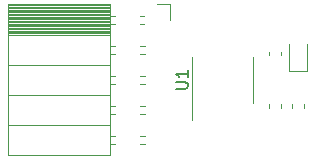
<source format=gbr>
G04 #@! TF.GenerationSoftware,KiCad,Pcbnew,5.1.5*
G04 #@! TF.CreationDate,2019-12-29T20:10:12-05:00*
G04 #@! TF.ProjectId,cluster-luks-key,636c7573-7465-4722-9d6c-756b732d6b65,v01*
G04 #@! TF.SameCoordinates,Original*
G04 #@! TF.FileFunction,Legend,Top*
G04 #@! TF.FilePolarity,Positive*
%FSLAX46Y46*%
G04 Gerber Fmt 4.6, Leading zero omitted, Abs format (unit mm)*
G04 Created by KiCad (PCBNEW 5.1.5) date 2019-12-29 20:10:12*
%MOMM*%
%LPD*%
G04 APERTURE LIST*
%ADD10C,0.120000*%
%ADD11C,0.150000*%
G04 APERTURE END LIST*
D10*
X166700000Y-103212779D02*
X166700000Y-102887221D01*
X167720000Y-103212779D02*
X167720000Y-102887221D01*
X165760000Y-103212779D02*
X165760000Y-102887221D01*
X164740000Y-103212779D02*
X164740000Y-102887221D01*
X166475000Y-97810000D02*
X166475000Y-100095000D01*
X166475000Y-100095000D02*
X167945000Y-100095000D01*
X167945000Y-100095000D02*
X167945000Y-97810000D01*
X142685001Y-94545001D02*
X151315001Y-94545001D01*
X142685001Y-94663096D02*
X151315001Y-94663096D01*
X142685001Y-94781191D02*
X151315001Y-94781191D01*
X142685001Y-94899286D02*
X151315001Y-94899286D01*
X142685001Y-95017381D02*
X151315001Y-95017381D01*
X142685001Y-95135476D02*
X151315001Y-95135476D01*
X142685001Y-95253571D02*
X151315001Y-95253571D01*
X142685001Y-95371666D02*
X151315001Y-95371666D01*
X142685001Y-95489761D02*
X151315001Y-95489761D01*
X142685001Y-95607856D02*
X151315001Y-95607856D01*
X142685001Y-95725951D02*
X151315001Y-95725951D01*
X142685001Y-95844046D02*
X151315001Y-95844046D01*
X142685001Y-95962141D02*
X151315001Y-95962141D01*
X142685001Y-96080236D02*
X151315001Y-96080236D01*
X142685001Y-96198331D02*
X151315001Y-96198331D01*
X142685001Y-96316426D02*
X151315001Y-96316426D01*
X142685001Y-96434521D02*
X151315001Y-96434521D01*
X142685001Y-96552616D02*
X151315001Y-96552616D01*
X142685001Y-96670711D02*
X151315001Y-96670711D01*
X142685001Y-96788806D02*
X151315001Y-96788806D01*
X142685001Y-96906901D02*
X151315001Y-96906901D01*
X151315001Y-95395001D02*
X151725001Y-95395001D01*
X153825001Y-95395001D02*
X154205001Y-95395001D01*
X151315001Y-96115001D02*
X151725001Y-96115001D01*
X153825001Y-96115001D02*
X154205001Y-96115001D01*
X151315001Y-97935001D02*
X151725001Y-97935001D01*
X153825001Y-97935001D02*
X154265001Y-97935001D01*
X151315001Y-98655001D02*
X151725001Y-98655001D01*
X153825001Y-98655001D02*
X154265001Y-98655001D01*
X151315001Y-100475001D02*
X151725001Y-100475001D01*
X153825001Y-100475001D02*
X154265001Y-100475001D01*
X151315001Y-101195001D02*
X151725001Y-101195001D01*
X153825001Y-101195001D02*
X154265001Y-101195001D01*
X151315001Y-103015001D02*
X151725001Y-103015001D01*
X153825001Y-103015001D02*
X154265001Y-103015001D01*
X151315001Y-103735001D02*
X151725001Y-103735001D01*
X153825001Y-103735001D02*
X154265001Y-103735001D01*
X151315001Y-105555001D02*
X151725001Y-105555001D01*
X153825001Y-105555001D02*
X154265001Y-105555001D01*
X151315001Y-106275001D02*
X151725001Y-106275001D01*
X153825001Y-106275001D02*
X154265001Y-106275001D01*
X142685001Y-97025001D02*
X151315001Y-97025001D01*
X142685001Y-99565001D02*
X151315001Y-99565001D01*
X142685001Y-102105001D02*
X151315001Y-102105001D01*
X142685001Y-104645001D02*
X151315001Y-104645001D01*
X142685001Y-94425001D02*
X151315001Y-94425001D01*
X151315001Y-94425001D02*
X151315001Y-107245001D01*
X142685001Y-107245001D02*
X151315001Y-107245001D01*
X142685001Y-94425001D02*
X142685001Y-107245001D01*
X156425001Y-94425001D02*
X156425001Y-95755001D01*
X155315001Y-94425001D02*
X156425001Y-94425001D01*
X165760000Y-98447221D02*
X165760000Y-98772779D01*
X164740000Y-98447221D02*
X164740000Y-98772779D01*
X163380000Y-100830000D02*
X163380000Y-98880000D01*
X163380000Y-100830000D02*
X163380000Y-102780000D01*
X158260000Y-100830000D02*
X158260000Y-98880000D01*
X158260000Y-100830000D02*
X158260000Y-104280000D01*
D11*
X156872380Y-101591904D02*
X157681904Y-101591904D01*
X157777142Y-101544285D01*
X157824761Y-101496666D01*
X157872380Y-101401428D01*
X157872380Y-101210952D01*
X157824761Y-101115714D01*
X157777142Y-101068095D01*
X157681904Y-101020476D01*
X156872380Y-101020476D01*
X157872380Y-100020476D02*
X157872380Y-100591904D01*
X157872380Y-100306190D02*
X156872380Y-100306190D01*
X157015238Y-100401428D01*
X157110476Y-100496666D01*
X157158095Y-100591904D01*
M02*

</source>
